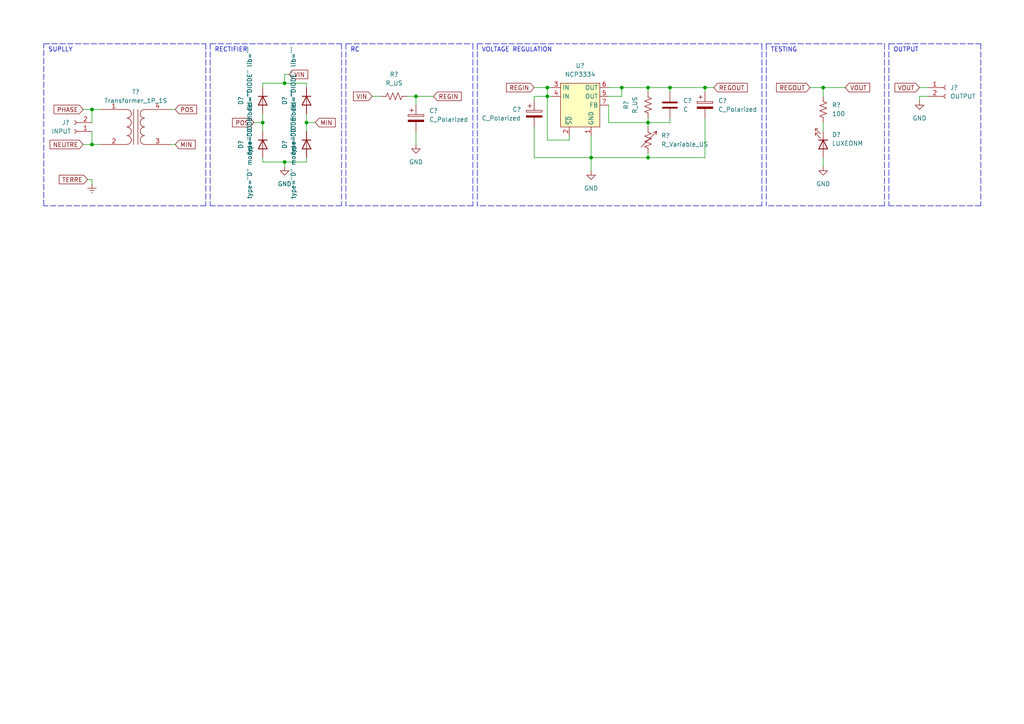
<source format=kicad_sch>
(kicad_sch (version 20211123) (generator eeschema)

  (uuid ad6ed062-4159-4bd2-8cc4-d2238fa06356)

  (paper "A4")

  (lib_symbols
    (symbol "Connector:Conn_01x02_Female" (pin_names (offset 1.016) hide) (in_bom yes) (on_board yes)
      (property "Reference" "J" (id 0) (at 0 2.54 0)
        (effects (font (size 1.27 1.27)))
      )
      (property "Value" "Conn_01x02_Female" (id 1) (at 0 -5.08 0)
        (effects (font (size 1.27 1.27)))
      )
      (property "Footprint" "" (id 2) (at 0 0 0)
        (effects (font (size 1.27 1.27)) hide)
      )
      (property "Datasheet" "~" (id 3) (at 0 0 0)
        (effects (font (size 1.27 1.27)) hide)
      )
      (property "ki_keywords" "connector" (id 4) (at 0 0 0)
        (effects (font (size 1.27 1.27)) hide)
      )
      (property "ki_description" "Generic connector, single row, 01x02, script generated (kicad-library-utils/schlib/autogen/connector/)" (id 5) (at 0 0 0)
        (effects (font (size 1.27 1.27)) hide)
      )
      (property "ki_fp_filters" "Connector*:*_1x??_*" (id 6) (at 0 0 0)
        (effects (font (size 1.27 1.27)) hide)
      )
      (symbol "Conn_01x02_Female_1_1"
        (arc (start 0 -2.032) (mid -0.508 -2.54) (end 0 -3.048)
          (stroke (width 0.1524) (type default) (color 0 0 0 0))
          (fill (type none))
        )
        (polyline
          (pts
            (xy -1.27 -2.54)
            (xy -0.508 -2.54)
          )
          (stroke (width 0.1524) (type default) (color 0 0 0 0))
          (fill (type none))
        )
        (polyline
          (pts
            (xy -1.27 0)
            (xy -0.508 0)
          )
          (stroke (width 0.1524) (type default) (color 0 0 0 0))
          (fill (type none))
        )
        (arc (start 0 0.508) (mid -0.508 0) (end 0 -0.508)
          (stroke (width 0.1524) (type default) (color 0 0 0 0))
          (fill (type none))
        )
        (pin passive line (at -5.08 0 0) (length 3.81)
          (name "Pin_1" (effects (font (size 1.27 1.27))))
          (number "1" (effects (font (size 1.27 1.27))))
        )
        (pin passive line (at -5.08 -2.54 0) (length 3.81)
          (name "Pin_2" (effects (font (size 1.27 1.27))))
          (number "2" (effects (font (size 1.27 1.27))))
        )
      )
    )
    (symbol "Device:C" (pin_numbers hide) (pin_names (offset 0.254)) (in_bom yes) (on_board yes)
      (property "Reference" "C" (id 0) (at 0.635 2.54 0)
        (effects (font (size 1.27 1.27)) (justify left))
      )
      (property "Value" "C" (id 1) (at 0.635 -2.54 0)
        (effects (font (size 1.27 1.27)) (justify left))
      )
      (property "Footprint" "" (id 2) (at 0.9652 -3.81 0)
        (effects (font (size 1.27 1.27)) hide)
      )
      (property "Datasheet" "~" (id 3) (at 0 0 0)
        (effects (font (size 1.27 1.27)) hide)
      )
      (property "ki_keywords" "cap capacitor" (id 4) (at 0 0 0)
        (effects (font (size 1.27 1.27)) hide)
      )
      (property "ki_description" "Unpolarized capacitor" (id 5) (at 0 0 0)
        (effects (font (size 1.27 1.27)) hide)
      )
      (property "ki_fp_filters" "C_*" (id 6) (at 0 0 0)
        (effects (font (size 1.27 1.27)) hide)
      )
      (symbol "C_0_1"
        (polyline
          (pts
            (xy -2.032 -0.762)
            (xy 2.032 -0.762)
          )
          (stroke (width 0.508) (type default) (color 0 0 0 0))
          (fill (type none))
        )
        (polyline
          (pts
            (xy -2.032 0.762)
            (xy 2.032 0.762)
          )
          (stroke (width 0.508) (type default) (color 0 0 0 0))
          (fill (type none))
        )
      )
      (symbol "C_1_1"
        (pin passive line (at 0 3.81 270) (length 2.794)
          (name "~" (effects (font (size 1.27 1.27))))
          (number "1" (effects (font (size 1.27 1.27))))
        )
        (pin passive line (at 0 -3.81 90) (length 2.794)
          (name "~" (effects (font (size 1.27 1.27))))
          (number "2" (effects (font (size 1.27 1.27))))
        )
      )
    )
    (symbol "Device:C_Polarized" (pin_numbers hide) (pin_names (offset 0.254)) (in_bom yes) (on_board yes)
      (property "Reference" "C" (id 0) (at 0.635 2.54 0)
        (effects (font (size 1.27 1.27)) (justify left))
      )
      (property "Value" "C_Polarized" (id 1) (at 0.635 -2.54 0)
        (effects (font (size 1.27 1.27)) (justify left))
      )
      (property "Footprint" "" (id 2) (at 0.9652 -3.81 0)
        (effects (font (size 1.27 1.27)) hide)
      )
      (property "Datasheet" "~" (id 3) (at 0 0 0)
        (effects (font (size 1.27 1.27)) hide)
      )
      (property "ki_keywords" "cap capacitor" (id 4) (at 0 0 0)
        (effects (font (size 1.27 1.27)) hide)
      )
      (property "ki_description" "Polarized capacitor" (id 5) (at 0 0 0)
        (effects (font (size 1.27 1.27)) hide)
      )
      (property "ki_fp_filters" "CP_*" (id 6) (at 0 0 0)
        (effects (font (size 1.27 1.27)) hide)
      )
      (symbol "C_Polarized_0_1"
        (rectangle (start -2.286 0.508) (end 2.286 1.016)
          (stroke (width 0) (type default) (color 0 0 0 0))
          (fill (type none))
        )
        (polyline
          (pts
            (xy -1.778 2.286)
            (xy -0.762 2.286)
          )
          (stroke (width 0) (type default) (color 0 0 0 0))
          (fill (type none))
        )
        (polyline
          (pts
            (xy -1.27 2.794)
            (xy -1.27 1.778)
          )
          (stroke (width 0) (type default) (color 0 0 0 0))
          (fill (type none))
        )
        (rectangle (start 2.286 -0.508) (end -2.286 -1.016)
          (stroke (width 0) (type default) (color 0 0 0 0))
          (fill (type outline))
        )
      )
      (symbol "C_Polarized_1_1"
        (pin passive line (at 0 3.81 270) (length 2.794)
          (name "~" (effects (font (size 1.27 1.27))))
          (number "1" (effects (font (size 1.27 1.27))))
        )
        (pin passive line (at 0 -3.81 90) (length 2.794)
          (name "~" (effects (font (size 1.27 1.27))))
          (number "2" (effects (font (size 1.27 1.27))))
        )
      )
    )
    (symbol "Device:LED" (pin_numbers hide) (pin_names (offset 1.016) hide) (in_bom yes) (on_board yes)
      (property "Reference" "D" (id 0) (at 0 2.54 0)
        (effects (font (size 1.27 1.27)))
      )
      (property "Value" "LED" (id 1) (at 0 -2.54 0)
        (effects (font (size 1.27 1.27)))
      )
      (property "Footprint" "" (id 2) (at 0 0 0)
        (effects (font (size 1.27 1.27)) hide)
      )
      (property "Datasheet" "~" (id 3) (at 0 0 0)
        (effects (font (size 1.27 1.27)) hide)
      )
      (property "ki_keywords" "LED diode" (id 4) (at 0 0 0)
        (effects (font (size 1.27 1.27)) hide)
      )
      (property "ki_description" "Light emitting diode" (id 5) (at 0 0 0)
        (effects (font (size 1.27 1.27)) hide)
      )
      (property "ki_fp_filters" "LED* LED_SMD:* LED_THT:*" (id 6) (at 0 0 0)
        (effects (font (size 1.27 1.27)) hide)
      )
      (symbol "LED_0_1"
        (polyline
          (pts
            (xy -1.27 -1.27)
            (xy -1.27 1.27)
          )
          (stroke (width 0.254) (type default) (color 0 0 0 0))
          (fill (type none))
        )
        (polyline
          (pts
            (xy -1.27 0)
            (xy 1.27 0)
          )
          (stroke (width 0) (type default) (color 0 0 0 0))
          (fill (type none))
        )
        (polyline
          (pts
            (xy 1.27 -1.27)
            (xy 1.27 1.27)
            (xy -1.27 0)
            (xy 1.27 -1.27)
          )
          (stroke (width 0.254) (type default) (color 0 0 0 0))
          (fill (type none))
        )
        (polyline
          (pts
            (xy -3.048 -0.762)
            (xy -4.572 -2.286)
            (xy -3.81 -2.286)
            (xy -4.572 -2.286)
            (xy -4.572 -1.524)
          )
          (stroke (width 0) (type default) (color 0 0 0 0))
          (fill (type none))
        )
        (polyline
          (pts
            (xy -1.778 -0.762)
            (xy -3.302 -2.286)
            (xy -2.54 -2.286)
            (xy -3.302 -2.286)
            (xy -3.302 -1.524)
          )
          (stroke (width 0) (type default) (color 0 0 0 0))
          (fill (type none))
        )
      )
      (symbol "LED_1_1"
        (pin passive line (at -3.81 0 0) (length 2.54)
          (name "K" (effects (font (size 1.27 1.27))))
          (number "1" (effects (font (size 1.27 1.27))))
        )
        (pin passive line (at 3.81 0 180) (length 2.54)
          (name "A" (effects (font (size 1.27 1.27))))
          (number "2" (effects (font (size 1.27 1.27))))
        )
      )
    )
    (symbol "Device:R_US" (pin_numbers hide) (pin_names (offset 0)) (in_bom yes) (on_board yes)
      (property "Reference" "R" (id 0) (at 2.54 0 90)
        (effects (font (size 1.27 1.27)))
      )
      (property "Value" "R_US" (id 1) (at -2.54 0 90)
        (effects (font (size 1.27 1.27)))
      )
      (property "Footprint" "" (id 2) (at 1.016 -0.254 90)
        (effects (font (size 1.27 1.27)) hide)
      )
      (property "Datasheet" "~" (id 3) (at 0 0 0)
        (effects (font (size 1.27 1.27)) hide)
      )
      (property "ki_keywords" "R res resistor" (id 4) (at 0 0 0)
        (effects (font (size 1.27 1.27)) hide)
      )
      (property "ki_description" "Resistor, US symbol" (id 5) (at 0 0 0)
        (effects (font (size 1.27 1.27)) hide)
      )
      (property "ki_fp_filters" "R_*" (id 6) (at 0 0 0)
        (effects (font (size 1.27 1.27)) hide)
      )
      (symbol "R_US_0_1"
        (polyline
          (pts
            (xy 0 -2.286)
            (xy 0 -2.54)
          )
          (stroke (width 0) (type default) (color 0 0 0 0))
          (fill (type none))
        )
        (polyline
          (pts
            (xy 0 2.286)
            (xy 0 2.54)
          )
          (stroke (width 0) (type default) (color 0 0 0 0))
          (fill (type none))
        )
        (polyline
          (pts
            (xy 0 -0.762)
            (xy 1.016 -1.143)
            (xy 0 -1.524)
            (xy -1.016 -1.905)
            (xy 0 -2.286)
          )
          (stroke (width 0) (type default) (color 0 0 0 0))
          (fill (type none))
        )
        (polyline
          (pts
            (xy 0 0.762)
            (xy 1.016 0.381)
            (xy 0 0)
            (xy -1.016 -0.381)
            (xy 0 -0.762)
          )
          (stroke (width 0) (type default) (color 0 0 0 0))
          (fill (type none))
        )
        (polyline
          (pts
            (xy 0 2.286)
            (xy 1.016 1.905)
            (xy 0 1.524)
            (xy -1.016 1.143)
            (xy 0 0.762)
          )
          (stroke (width 0) (type default) (color 0 0 0 0))
          (fill (type none))
        )
      )
      (symbol "R_US_1_1"
        (pin passive line (at 0 3.81 270) (length 1.27)
          (name "~" (effects (font (size 1.27 1.27))))
          (number "1" (effects (font (size 1.27 1.27))))
        )
        (pin passive line (at 0 -3.81 90) (length 1.27)
          (name "~" (effects (font (size 1.27 1.27))))
          (number "2" (effects (font (size 1.27 1.27))))
        )
      )
    )
    (symbol "Device:R_Variable_US" (pin_numbers hide) (pin_names (offset 0)) (in_bom yes) (on_board yes)
      (property "Reference" "R" (id 0) (at 2.54 -2.54 90)
        (effects (font (size 1.27 1.27)) (justify left))
      )
      (property "Value" "R_Variable_US" (id 1) (at -2.54 -1.27 90)
        (effects (font (size 1.27 1.27)) (justify left))
      )
      (property "Footprint" "" (id 2) (at -1.778 0 90)
        (effects (font (size 1.27 1.27)) hide)
      )
      (property "Datasheet" "~" (id 3) (at 0 0 0)
        (effects (font (size 1.27 1.27)) hide)
      )
      (property "ki_keywords" "R res resistor variable potentiometer rheostat" (id 4) (at 0 0 0)
        (effects (font (size 1.27 1.27)) hide)
      )
      (property "ki_description" "Variable resistor, US symbol" (id 5) (at 0 0 0)
        (effects (font (size 1.27 1.27)) hide)
      )
      (property "ki_fp_filters" "R_*" (id 6) (at 0 0 0)
        (effects (font (size 1.27 1.27)) hide)
      )
      (symbol "R_Variable_US_0_1"
        (polyline
          (pts
            (xy 0 -2.286)
            (xy 0 -2.54)
          )
          (stroke (width 0) (type default) (color 0 0 0 0))
          (fill (type none))
        )
        (polyline
          (pts
            (xy 0 2.286)
            (xy 0 2.54)
          )
          (stroke (width 0) (type default) (color 0 0 0 0))
          (fill (type none))
        )
        (polyline
          (pts
            (xy 0 -0.762)
            (xy 1.016 -1.143)
            (xy 0 -1.524)
            (xy -1.016 -1.905)
            (xy 0 -2.286)
          )
          (stroke (width 0) (type default) (color 0 0 0 0))
          (fill (type none))
        )
        (polyline
          (pts
            (xy 0 0.762)
            (xy 1.016 0.381)
            (xy 0 0)
            (xy -1.016 -0.381)
            (xy 0 -0.762)
          )
          (stroke (width 0) (type default) (color 0 0 0 0))
          (fill (type none))
        )
        (polyline
          (pts
            (xy 0 2.286)
            (xy 1.016 1.905)
            (xy 0 1.524)
            (xy -1.016 1.143)
            (xy 0 0.762)
          )
          (stroke (width 0.1524) (type default) (color 0 0 0 0))
          (fill (type none))
        )
        (polyline
          (pts
            (xy 2.286 1.524)
            (xy 2.54 2.54)
            (xy 1.524 2.286)
            (xy 2.54 2.54)
            (xy -2.032 -2.032)
          )
          (stroke (width 0.1524) (type default) (color 0 0 0 0))
          (fill (type none))
        )
      )
      (symbol "R_Variable_US_1_1"
        (pin passive line (at 0 3.81 270) (length 1.27)
          (name "~" (effects (font (size 1.27 1.27))))
          (number "1" (effects (font (size 1.27 1.27))))
        )
        (pin passive line (at 0 -3.81 90) (length 1.27)
          (name "~" (effects (font (size 1.27 1.27))))
          (number "2" (effects (font (size 1.27 1.27))))
        )
      )
    )
    (symbol "Device:Transformer_1P_1S" (pin_names (offset 1.016) hide) (in_bom yes) (on_board yes)
      (property "Reference" "T" (id 0) (at 0 6.35 0)
        (effects (font (size 1.27 1.27)))
      )
      (property "Value" "Transformer_1P_1S" (id 1) (at 0 -7.62 0)
        (effects (font (size 1.27 1.27)))
      )
      (property "Footprint" "" (id 2) (at 0 0 0)
        (effects (font (size 1.27 1.27)) hide)
      )
      (property "Datasheet" "~" (id 3) (at 0 0 0)
        (effects (font (size 1.27 1.27)) hide)
      )
      (property "ki_keywords" "transformer coil magnet" (id 4) (at 0 0 0)
        (effects (font (size 1.27 1.27)) hide)
      )
      (property "ki_description" "Transformer, single primary, single secondary" (id 5) (at 0 0 0)
        (effects (font (size 1.27 1.27)) hide)
      )
      (symbol "Transformer_1P_1S_0_1"
        (arc (start -2.54 -5.0546) (mid -1.6599 -4.6901) (end -1.27 -3.81)
          (stroke (width 0) (type default) (color 0 0 0 0))
          (fill (type none))
        )
        (arc (start -2.54 -2.5146) (mid -1.6599 -2.1501) (end -1.27 -1.27)
          (stroke (width 0) (type default) (color 0 0 0 0))
          (fill (type none))
        )
        (arc (start -2.54 0.0254) (mid -1.6599 0.3899) (end -1.27 1.27)
          (stroke (width 0) (type default) (color 0 0 0 0))
          (fill (type none))
        )
        (arc (start -2.54 2.5654) (mid -1.6599 2.9299) (end -1.27 3.81)
          (stroke (width 0) (type default) (color 0 0 0 0))
          (fill (type none))
        )
        (arc (start -1.27 -3.81) (mid -1.642 -2.912) (end -2.54 -2.54)
          (stroke (width 0) (type default) (color 0 0 0 0))
          (fill (type none))
        )
        (arc (start -1.27 -1.27) (mid -1.642 -0.372) (end -2.54 0)
          (stroke (width 0) (type default) (color 0 0 0 0))
          (fill (type none))
        )
        (arc (start -1.27 1.27) (mid -1.642 2.168) (end -2.54 2.54)
          (stroke (width 0) (type default) (color 0 0 0 0))
          (fill (type none))
        )
        (arc (start -1.27 3.81) (mid -1.642 4.708) (end -2.54 5.08)
          (stroke (width 0) (type default) (color 0 0 0 0))
          (fill (type none))
        )
        (polyline
          (pts
            (xy -0.635 5.08)
            (xy -0.635 -5.08)
          )
          (stroke (width 0) (type default) (color 0 0 0 0))
          (fill (type none))
        )
        (polyline
          (pts
            (xy 0.635 -5.08)
            (xy 0.635 5.08)
          )
          (stroke (width 0) (type default) (color 0 0 0 0))
          (fill (type none))
        )
        (arc (start 1.2954 -1.27) (mid 1.6599 -2.1501) (end 2.54 -2.5146)
          (stroke (width 0) (type default) (color 0 0 0 0))
          (fill (type none))
        )
        (arc (start 1.2954 1.27) (mid 1.6599 0.3899) (end 2.54 0.0254)
          (stroke (width 0) (type default) (color 0 0 0 0))
          (fill (type none))
        )
        (arc (start 1.2954 3.81) (mid 1.6599 2.9299) (end 2.54 2.5654)
          (stroke (width 0) (type default) (color 0 0 0 0))
          (fill (type none))
        )
        (arc (start 1.3208 -3.81) (mid 1.6853 -4.6901) (end 2.5654 -5.0546)
          (stroke (width 0) (type default) (color 0 0 0 0))
          (fill (type none))
        )
        (arc (start 2.54 0) (mid 1.642 -0.372) (end 1.2954 -1.27)
          (stroke (width 0) (type default) (color 0 0 0 0))
          (fill (type none))
        )
        (arc (start 2.54 2.54) (mid 1.642 2.168) (end 1.2954 1.27)
          (stroke (width 0) (type default) (color 0 0 0 0))
          (fill (type none))
        )
        (arc (start 2.54 5.08) (mid 1.642 4.708) (end 1.2954 3.81)
          (stroke (width 0) (type default) (color 0 0 0 0))
          (fill (type none))
        )
        (arc (start 2.5654 -2.54) (mid 1.6674 -2.912) (end 1.3208 -3.81)
          (stroke (width 0) (type default) (color 0 0 0 0))
          (fill (type none))
        )
      )
      (symbol "Transformer_1P_1S_1_1"
        (pin passive line (at -10.16 5.08 0) (length 7.62)
          (name "AA" (effects (font (size 1.27 1.27))))
          (number "1" (effects (font (size 1.27 1.27))))
        )
        (pin passive line (at -10.16 -5.08 0) (length 7.62)
          (name "AB" (effects (font (size 1.27 1.27))))
          (number "2" (effects (font (size 1.27 1.27))))
        )
        (pin passive line (at 10.16 -5.08 180) (length 7.62)
          (name "SA" (effects (font (size 1.27 1.27))))
          (number "3" (effects (font (size 1.27 1.27))))
        )
        (pin passive line (at 10.16 5.08 180) (length 7.62)
          (name "SB" (effects (font (size 1.27 1.27))))
          (number "4" (effects (font (size 1.27 1.27))))
        )
      )
    )
    (symbol "Regulator_Controller:NCP3334" (in_bom yes) (on_board yes)
      (property "Reference" "U" (id 0) (at 0 5.08 0)
        (effects (font (size 1.27 1.27)))
      )
      (property "Value" "NCP3334" (id 1) (at -1.27 2.54 0)
        (effects (font (size 1.27 1.27)))
      )
      (property "Footprint" "" (id 2) (at -2.54 0 0)
        (effects (font (size 1.27 1.27)) hide)
      )
      (property "Datasheet" "" (id 3) (at -2.54 0 0)
        (effects (font (size 1.27 1.27)) hide)
      )
      (symbol "NCP3334_0_1"
        (rectangle (start -6.35 1.27) (end 5.08 -11.43)
          (stroke (width 0) (type default) (color 0 0 0 0))
          (fill (type background))
        )
      )
      (symbol "NCP3334_1_1"
        (pin passive line (at 2.54 -13.97 90) (length 2.54)
          (name "GND" (effects (font (size 1.27 1.27))))
          (number "1" (effects (font (size 1.27 1.27))))
        )
        (pin input line (at -3.81 -13.97 90) (length 2.54)
          (name "~{SD}" (effects (font (size 1.27 1.27))))
          (number "2" (effects (font (size 1.27 1.27))))
        )
        (pin input line (at -8.89 0 0) (length 2.54)
          (name "IN" (effects (font (size 1.27 1.27))))
          (number "3" (effects (font (size 1.27 1.27))))
        )
        (pin input line (at -8.89 -2.54 0) (length 2.54)
          (name "IN" (effects (font (size 1.27 1.27))))
          (number "4" (effects (font (size 1.27 1.27))))
        )
        (pin output line (at 7.62 -2.54 180) (length 2.54)
          (name "OUT" (effects (font (size 1.27 1.27))))
          (number "5" (effects (font (size 1.27 1.27))))
        )
        (pin output line (at 7.62 0 180) (length 2.54)
          (name "OUT" (effects (font (size 1.27 1.27))))
          (number "6" (effects (font (size 1.27 1.27))))
        )
        (pin output line (at 7.62 -5.08 180) (length 2.54)
          (name "FB" (effects (font (size 1.27 1.27))))
          (number "7" (effects (font (size 1.27 1.27))))
        )
      )
    )
    (symbol "Simulation_SPICE:DIODE" (pin_numbers hide) (pin_names (offset 1.016) hide) (in_bom yes) (on_board yes)
      (property "Reference" "D" (id 0) (at 0 2.54 0)
        (effects (font (size 1.27 1.27)))
      )
      (property "Value" "DIODE" (id 1) (at 0 -2.54 0)
        (effects (font (size 1.27 1.27)))
      )
      (property "Footprint" "" (id 2) (at 0 0 0)
        (effects (font (size 1.27 1.27)) hide)
      )
      (property "Datasheet" "~" (id 3) (at 0 0 0)
        (effects (font (size 1.27 1.27)) hide)
      )
      (property "Spice_Netlist_Enabled" "Y" (id 4) (at 0 0 0)
        (effects (font (size 1.27 1.27)) (justify left) hide)
      )
      (property "Spice_Primitive" "D" (id 5) (at 0 0 0)
        (effects (font (size 1.27 1.27)) (justify left) hide)
      )
      (property "ki_keywords" "simulation" (id 6) (at 0 0 0)
        (effects (font (size 1.27 1.27)) hide)
      )
      (property "ki_description" "Diode, anode on pin 1, for simulation only!" (id 7) (at 0 0 0)
        (effects (font (size 1.27 1.27)) hide)
      )
      (symbol "DIODE_0_1"
        (polyline
          (pts
            (xy 1.27 0)
            (xy -1.27 0)
          )
          (stroke (width 0) (type default) (color 0 0 0 0))
          (fill (type none))
        )
        (polyline
          (pts
            (xy 1.27 1.27)
            (xy 1.27 -1.27)
          )
          (stroke (width 0.254) (type default) (color 0 0 0 0))
          (fill (type none))
        )
        (polyline
          (pts
            (xy -1.27 -1.27)
            (xy -1.27 1.27)
            (xy 1.27 0)
            (xy -1.27 -1.27)
          )
          (stroke (width 0.254) (type default) (color 0 0 0 0))
          (fill (type none))
        )
      )
      (symbol "DIODE_1_1"
        (pin passive line (at -3.81 0 0) (length 2.54)
          (name "A" (effects (font (size 1.27 1.27))))
          (number "1" (effects (font (size 1.27 1.27))))
        )
        (pin passive line (at 3.81 0 180) (length 2.54)
          (name "K" (effects (font (size 1.27 1.27))))
          (number "2" (effects (font (size 1.27 1.27))))
        )
      )
    )
    (symbol "power:Earth" (power) (pin_names (offset 0)) (in_bom yes) (on_board yes)
      (property "Reference" "#PWR" (id 0) (at 0 -6.35 0)
        (effects (font (size 1.27 1.27)) hide)
      )
      (property "Value" "Earth" (id 1) (at 0 -3.81 0)
        (effects (font (size 1.27 1.27)) hide)
      )
      (property "Footprint" "" (id 2) (at 0 0 0)
        (effects (font (size 1.27 1.27)) hide)
      )
      (property "Datasheet" "~" (id 3) (at 0 0 0)
        (effects (font (size 1.27 1.27)) hide)
      )
      (property "ki_keywords" "power-flag ground gnd" (id 4) (at 0 0 0)
        (effects (font (size 1.27 1.27)) hide)
      )
      (property "ki_description" "Power symbol creates a global label with name \"Earth\"" (id 5) (at 0 0 0)
        (effects (font (size 1.27 1.27)) hide)
      )
      (symbol "Earth_0_1"
        (polyline
          (pts
            (xy -0.635 -1.905)
            (xy 0.635 -1.905)
          )
          (stroke (width 0) (type default) (color 0 0 0 0))
          (fill (type none))
        )
        (polyline
          (pts
            (xy -0.127 -2.54)
            (xy 0.127 -2.54)
          )
          (stroke (width 0) (type default) (color 0 0 0 0))
          (fill (type none))
        )
        (polyline
          (pts
            (xy 0 -1.27)
            (xy 0 0)
          )
          (stroke (width 0) (type default) (color 0 0 0 0))
          (fill (type none))
        )
        (polyline
          (pts
            (xy 1.27 -1.27)
            (xy -1.27 -1.27)
          )
          (stroke (width 0) (type default) (color 0 0 0 0))
          (fill (type none))
        )
      )
      (symbol "Earth_1_1"
        (pin power_in line (at 0 0 270) (length 0) hide
          (name "Earth" (effects (font (size 1.27 1.27))))
          (number "1" (effects (font (size 1.27 1.27))))
        )
      )
    )
    (symbol "power:GND" (power) (pin_names (offset 0)) (in_bom yes) (on_board yes)
      (property "Reference" "#PWR" (id 0) (at 0 -6.35 0)
        (effects (font (size 1.27 1.27)) hide)
      )
      (property "Value" "GND" (id 1) (at 0 -3.81 0)
        (effects (font (size 1.27 1.27)))
      )
      (property "Footprint" "" (id 2) (at 0 0 0)
        (effects (font (size 1.27 1.27)) hide)
      )
      (property "Datasheet" "" (id 3) (at 0 0 0)
        (effects (font (size 1.27 1.27)) hide)
      )
      (property "ki_keywords" "power-flag" (id 4) (at 0 0 0)
        (effects (font (size 1.27 1.27)) hide)
      )
      (property "ki_description" "Power symbol creates a global label with name \"GND\" , ground" (id 5) (at 0 0 0)
        (effects (font (size 1.27 1.27)) hide)
      )
      (symbol "GND_0_1"
        (polyline
          (pts
            (xy 0 0)
            (xy 0 -1.27)
            (xy 1.27 -1.27)
            (xy 0 -2.54)
            (xy -1.27 -1.27)
            (xy 0 -1.27)
          )
          (stroke (width 0) (type default) (color 0 0 0 0))
          (fill (type none))
        )
      )
      (symbol "GND_1_1"
        (pin power_in line (at 0 0 270) (length 0) hide
          (name "GND" (effects (font (size 1.27 1.27))))
          (number "1" (effects (font (size 1.27 1.27))))
        )
      )
    )
  )

  (junction (at 187.96 35.56) (diameter 0) (color 0 0 0 0)
    (uuid 016de09e-01d3-4807-99ba-42fe89b9db4d)
  )
  (junction (at 158.75 27.94) (diameter 0) (color 0 0 0 0)
    (uuid 0cb05841-53cf-4745-b141-3fba0a63322f)
  )
  (junction (at 82.55 24.13) (diameter 0) (color 0 0 0 0)
    (uuid 1051f84b-b74c-4e92-956e-fee84b1153e5)
  )
  (junction (at 26.67 41.91) (diameter 0) (color 0 0 0 0)
    (uuid 144f9caa-1b10-43ae-b653-119f3b806ae0)
  )
  (junction (at 120.65 27.94) (diameter 0) (color 0 0 0 0)
    (uuid 1d33e67b-cd9b-40d9-bc6d-9cb3652dce8d)
  )
  (junction (at 26.67 31.75) (diameter 0) (color 0 0 0 0)
    (uuid 3973c3fa-27e0-4ce5-b8a6-a354fb10523e)
  )
  (junction (at 187.96 45.72) (diameter 0) (color 0 0 0 0)
    (uuid 3d228539-9701-4811-a121-871a7162ddb0)
  )
  (junction (at 88.9 35.56) (diameter 0) (color 0 0 0 0)
    (uuid 69c34d46-7acf-4418-9044-59d78880a0e5)
  )
  (junction (at 171.45 45.72) (diameter 0) (color 0 0 0 0)
    (uuid a798d438-e158-4bec-90d1-3a7e3b13676d)
  )
  (junction (at 158.75 25.4) (diameter 0) (color 0 0 0 0)
    (uuid b91afd87-2618-4fd5-ba75-12225e77ea37)
  )
  (junction (at 238.76 25.4) (diameter 0) (color 0 0 0 0)
    (uuid bff033c7-aa71-40cf-b76f-8a1911f7f98c)
  )
  (junction (at 82.55 46.99) (diameter 0) (color 0 0 0 0)
    (uuid c0051ad6-6d9d-4445-b6d4-39e5054d68ec)
  )
  (junction (at 76.2 35.56) (diameter 0) (color 0 0 0 0)
    (uuid c0523cba-6f30-4122-a862-f29f5a8c0333)
  )
  (junction (at 180.34 25.4) (diameter 0) (color 0 0 0 0)
    (uuid ca131ac9-765b-4c9e-9f20-d7c9edaa39cb)
  )
  (junction (at 187.96 25.4) (diameter 0) (color 0 0 0 0)
    (uuid de3b68f7-37a3-4158-9f55-e69431ab30d3)
  )
  (junction (at 204.47 25.4) (diameter 0) (color 0 0 0 0)
    (uuid df6b6061-9a52-476e-892e-23bf6b4fe4ce)
  )
  (junction (at 194.31 25.4) (diameter 0) (color 0 0 0 0)
    (uuid fe3ba83a-7f4b-4553-a111-66e79ec56f36)
  )

  (wire (pts (xy 180.34 27.94) (xy 180.34 25.4))
    (stroke (width 0) (type default) (color 0 0 0 0))
    (uuid 02f786d2-e7f9-4e0f-b405-dabc8338480b)
  )
  (wire (pts (xy 171.45 45.72) (xy 171.45 49.53))
    (stroke (width 0) (type default) (color 0 0 0 0))
    (uuid 0c8075ab-4d7e-404e-a328-2987010d0037)
  )
  (wire (pts (xy 165.1 40.64) (xy 158.75 40.64))
    (stroke (width 0) (type default) (color 0 0 0 0))
    (uuid 0db785eb-1186-4f0e-8baf-531667691087)
  )
  (wire (pts (xy 194.31 25.4) (xy 194.31 26.67))
    (stroke (width 0) (type default) (color 0 0 0 0))
    (uuid 0dcf83d8-0f43-40d3-992f-a4842a91e022)
  )
  (wire (pts (xy 49.53 41.91) (xy 50.8 41.91))
    (stroke (width 0) (type default) (color 0 0 0 0))
    (uuid 18ad6ec5-8515-40a4-bc6e-06522bc072d6)
  )
  (wire (pts (xy 76.2 35.56) (xy 76.2 38.1))
    (stroke (width 0) (type default) (color 0 0 0 0))
    (uuid 191e9ffe-e74f-45d5-8081-35139d261e79)
  )
  (wire (pts (xy 176.53 30.48) (xy 176.53 35.56))
    (stroke (width 0) (type default) (color 0 0 0 0))
    (uuid 1a526b9b-680b-4844-9e82-3a182e5b8836)
  )
  (wire (pts (xy 194.31 34.29) (xy 194.31 35.56))
    (stroke (width 0) (type default) (color 0 0 0 0))
    (uuid 1cb3edf7-f470-43e8-a9d4-85048ffba281)
  )
  (polyline (pts (xy 100.33 12.7) (xy 137.16 12.7))
    (stroke (width 0) (type default) (color 0 0 0 0))
    (uuid 1cfb9eae-4c4e-474e-bda7-6ae45eeddf1a)
  )

  (wire (pts (xy 82.55 21.59) (xy 82.55 24.13))
    (stroke (width 0) (type default) (color 0 0 0 0))
    (uuid 1d20b466-ae77-4de1-8e1f-6c73c8d8538d)
  )
  (wire (pts (xy 204.47 45.72) (xy 187.96 45.72))
    (stroke (width 0) (type default) (color 0 0 0 0))
    (uuid 1ddd86e6-f336-4b7e-b150-8e0cc6b190f6)
  )
  (polyline (pts (xy 257.81 12.7) (xy 257.81 59.69))
    (stroke (width 0) (type default) (color 0 0 0 0))
    (uuid 1ed17f3f-490b-495b-b761-334ed0532496)
  )

  (wire (pts (xy 73.66 35.56) (xy 76.2 35.56))
    (stroke (width 0) (type default) (color 0 0 0 0))
    (uuid 1f453889-cc08-4e7b-ba74-110e05c04179)
  )
  (wire (pts (xy 26.67 38.1) (xy 26.67 41.91))
    (stroke (width 0) (type default) (color 0 0 0 0))
    (uuid 204ce8da-f5ad-4254-a1f5-9114ed35e1b6)
  )
  (wire (pts (xy 204.47 34.29) (xy 204.47 45.72))
    (stroke (width 0) (type default) (color 0 0 0 0))
    (uuid 24460b8e-c432-4a60-88e9-e6ffecb8381a)
  )
  (wire (pts (xy 118.11 27.94) (xy 120.65 27.94))
    (stroke (width 0) (type default) (color 0 0 0 0))
    (uuid 24ea368d-31da-4e3d-8494-4b41a8be50d2)
  )
  (polyline (pts (xy 222.25 12.7) (xy 222.25 59.69))
    (stroke (width 0) (type default) (color 0 0 0 0))
    (uuid 27827aaa-acc6-4807-a275-e2ca25a3ad88)
  )
  (polyline (pts (xy 256.54 12.7) (xy 256.54 59.69))
    (stroke (width 0) (type default) (color 0 0 0 0))
    (uuid 27c712cb-027d-44ed-9107-be47fa3492c6)
  )

  (wire (pts (xy 88.9 46.99) (xy 88.9 45.72))
    (stroke (width 0) (type default) (color 0 0 0 0))
    (uuid 2b052bb7-9a8f-4d3d-8be9-e789dae0a463)
  )
  (wire (pts (xy 26.67 41.91) (xy 29.21 41.91))
    (stroke (width 0) (type default) (color 0 0 0 0))
    (uuid 2b4c52d6-66f6-42ee-a488-0ee26d4d9425)
  )
  (wire (pts (xy 165.1 39.37) (xy 165.1 40.64))
    (stroke (width 0) (type default) (color 0 0 0 0))
    (uuid 2ba6ce90-47a0-4be1-bb2d-ee354473dabd)
  )
  (polyline (pts (xy 257.81 12.7) (xy 284.48 12.7))
    (stroke (width 0) (type default) (color 0 0 0 0))
    (uuid 2e3cfdc2-7b6b-44a7-a03d-351e8abddbb2)
  )

  (wire (pts (xy 76.2 46.99) (xy 82.55 46.99))
    (stroke (width 0) (type default) (color 0 0 0 0))
    (uuid 3151a7f3-66cc-4d5b-8262-b5f91a42070a)
  )
  (polyline (pts (xy 220.98 12.7) (xy 220.98 59.69))
    (stroke (width 0) (type default) (color 0 0 0 0))
    (uuid 38b7cb24-7b5f-4b18-8d5a-230d8067d8a2)
  )
  (polyline (pts (xy 59.69 59.69) (xy 12.7 59.69))
    (stroke (width 0) (type default) (color 0 0 0 0))
    (uuid 3c159d63-d16c-41b8-91b0-b3a1a86dd8bc)
  )
  (polyline (pts (xy 256.54 59.69) (xy 222.25 59.69))
    (stroke (width 0) (type default) (color 0 0 0 0))
    (uuid 3e7228c3-0051-4e56-8e17-6d1623ec5775)
  )

  (wire (pts (xy 187.96 35.56) (xy 187.96 36.83))
    (stroke (width 0) (type default) (color 0 0 0 0))
    (uuid 3e961446-6cdf-427e-a755-eddec56cd1d9)
  )
  (wire (pts (xy 154.94 27.94) (xy 158.75 27.94))
    (stroke (width 0) (type default) (color 0 0 0 0))
    (uuid 43603b24-e310-4be7-bb9a-594bdc18fc5c)
  )
  (polyline (pts (xy 138.43 12.7) (xy 138.43 59.69))
    (stroke (width 0) (type default) (color 0 0 0 0))
    (uuid 513916c5-be14-4297-8567-e11951fd0e7e)
  )
  (polyline (pts (xy 60.96 12.7) (xy 60.96 59.69))
    (stroke (width 0) (type default) (color 0 0 0 0))
    (uuid 52b2ea6e-bce9-4648-9028-2b516580472c)
  )

  (wire (pts (xy 82.55 46.99) (xy 82.55 48.26))
    (stroke (width 0) (type default) (color 0 0 0 0))
    (uuid 5349fb66-b835-4e80-9112-6a53bbdf7180)
  )
  (wire (pts (xy 76.2 45.72) (xy 76.2 46.99))
    (stroke (width 0) (type default) (color 0 0 0 0))
    (uuid 55dd5448-d607-4ab5-b4e7-fbd6a7a39eb1)
  )
  (polyline (pts (xy 220.98 59.69) (xy 138.43 59.69))
    (stroke (width 0) (type default) (color 0 0 0 0))
    (uuid 5c08b71e-b9a1-4e34-b912-274dbafca4a2)
  )

  (wire (pts (xy 107.95 27.94) (xy 110.49 27.94))
    (stroke (width 0) (type default) (color 0 0 0 0))
    (uuid 6493b8c5-ea05-4a4e-a502-d2866eda80b8)
  )
  (wire (pts (xy 187.96 25.4) (xy 194.31 25.4))
    (stroke (width 0) (type default) (color 0 0 0 0))
    (uuid 64f56663-b65c-4f0e-846c-a6dbe550f759)
  )
  (wire (pts (xy 266.7 27.94) (xy 266.7 29.21))
    (stroke (width 0) (type default) (color 0 0 0 0))
    (uuid 654000da-9c56-4458-ae86-a19a7045fe16)
  )
  (wire (pts (xy 187.96 45.72) (xy 171.45 45.72))
    (stroke (width 0) (type default) (color 0 0 0 0))
    (uuid 65735923-7e01-4b36-9744-043832a136f5)
  )
  (wire (pts (xy 76.2 33.02) (xy 76.2 35.56))
    (stroke (width 0) (type default) (color 0 0 0 0))
    (uuid 6576b795-221f-4429-9247-79d0a6d8e308)
  )
  (wire (pts (xy 83.82 21.59) (xy 82.55 21.59))
    (stroke (width 0) (type default) (color 0 0 0 0))
    (uuid 6972f0dd-9494-43ce-8b14-8b848663df73)
  )
  (polyline (pts (xy 59.69 12.7) (xy 59.69 59.69))
    (stroke (width 0) (type default) (color 0 0 0 0))
    (uuid 6d30354f-0f35-4bee-83db-33a8f229676e)
  )
  (polyline (pts (xy 100.33 12.7) (xy 100.33 59.69))
    (stroke (width 0) (type default) (color 0 0 0 0))
    (uuid 722e908d-2d29-4157-aa35-74b7472c6270)
  )

  (wire (pts (xy 120.65 27.94) (xy 120.65 30.48))
    (stroke (width 0) (type default) (color 0 0 0 0))
    (uuid 798e601a-d419-4134-b60d-fd9ba8857d97)
  )
  (wire (pts (xy 194.31 25.4) (xy 204.47 25.4))
    (stroke (width 0) (type default) (color 0 0 0 0))
    (uuid 7da42451-d98f-4e87-9f2f-51e77929e69d)
  )
  (wire (pts (xy 187.96 34.29) (xy 187.96 35.56))
    (stroke (width 0) (type default) (color 0 0 0 0))
    (uuid 7e657684-8908-4ea5-aef8-0db060bd4583)
  )
  (wire (pts (xy 76.2 25.4) (xy 76.2 24.13))
    (stroke (width 0) (type default) (color 0 0 0 0))
    (uuid 7f65c21f-812e-4993-a9c2-ae28c704c39f)
  )
  (wire (pts (xy 88.9 35.56) (xy 91.44 35.56))
    (stroke (width 0) (type default) (color 0 0 0 0))
    (uuid 860bca26-d0b1-4894-b09a-33ffaf89fa1c)
  )
  (wire (pts (xy 76.2 24.13) (xy 82.55 24.13))
    (stroke (width 0) (type default) (color 0 0 0 0))
    (uuid 88208a21-7a67-4eea-96ea-c4b9bfbc60fa)
  )
  (wire (pts (xy 238.76 25.4) (xy 238.76 27.94))
    (stroke (width 0) (type default) (color 0 0 0 0))
    (uuid 898339dc-7d82-4be6-8901-77a90c886e37)
  )
  (wire (pts (xy 158.75 40.64) (xy 158.75 27.94))
    (stroke (width 0) (type default) (color 0 0 0 0))
    (uuid 8bd745b4-88f1-44c7-9b8b-13b2ef111c28)
  )
  (wire (pts (xy 120.65 38.1) (xy 120.65 41.91))
    (stroke (width 0) (type default) (color 0 0 0 0))
    (uuid 910d5ff7-52dd-48b6-b5b8-8fcc509f7520)
  )
  (wire (pts (xy 266.7 25.4) (xy 269.24 25.4))
    (stroke (width 0) (type default) (color 0 0 0 0))
    (uuid 92122ace-5c8c-456c-badb-a19e4b03264f)
  )
  (polyline (pts (xy 60.96 12.7) (xy 99.06 12.7))
    (stroke (width 0) (type default) (color 0 0 0 0))
    (uuid 984854a9-1554-423b-b050-9af3aa1c5a40)
  )

  (wire (pts (xy 269.24 27.94) (xy 266.7 27.94))
    (stroke (width 0) (type default) (color 0 0 0 0))
    (uuid 98c54ad9-352f-420e-acd8-b4734aa225c5)
  )
  (wire (pts (xy 120.65 27.94) (xy 125.73 27.94))
    (stroke (width 0) (type default) (color 0 0 0 0))
    (uuid 99a4d00c-1762-43b3-baf2-89ec5cb53ba3)
  )
  (wire (pts (xy 154.94 25.4) (xy 158.75 25.4))
    (stroke (width 0) (type default) (color 0 0 0 0))
    (uuid 9b9d9291-5847-4440-804c-c08046f9a007)
  )
  (polyline (pts (xy 284.48 12.7) (xy 284.48 59.69))
    (stroke (width 0) (type default) (color 0 0 0 0))
    (uuid 9d5e3a34-d7b3-439b-b338-583494dc48b7)
  )

  (wire (pts (xy 24.13 41.91) (xy 26.67 41.91))
    (stroke (width 0) (type default) (color 0 0 0 0))
    (uuid 9f720971-e1d4-48f3-8f36-17ea3ba29017)
  )
  (polyline (pts (xy 137.16 59.69) (xy 100.33 59.69))
    (stroke (width 0) (type default) (color 0 0 0 0))
    (uuid a050a68c-7f70-4122-bd5a-2ff21005ce90)
  )

  (wire (pts (xy 238.76 25.4) (xy 245.11 25.4))
    (stroke (width 0) (type default) (color 0 0 0 0))
    (uuid a0c528a1-59be-4760-b523-7dde5ef73dd0)
  )
  (wire (pts (xy 158.75 27.94) (xy 160.02 27.94))
    (stroke (width 0) (type default) (color 0 0 0 0))
    (uuid a370d06a-772d-46c1-8f34-aae6c368a5bf)
  )
  (wire (pts (xy 176.53 27.94) (xy 180.34 27.94))
    (stroke (width 0) (type default) (color 0 0 0 0))
    (uuid a373bf67-c6b3-4db1-9712-7376fbc13bef)
  )
  (wire (pts (xy 154.94 45.72) (xy 171.45 45.72))
    (stroke (width 0) (type default) (color 0 0 0 0))
    (uuid a4900f39-ee1b-4375-83f5-79ad37d6de91)
  )
  (wire (pts (xy 88.9 24.13) (xy 88.9 25.4))
    (stroke (width 0) (type default) (color 0 0 0 0))
    (uuid a99d09f1-7a97-4181-8b10-013b45eee1ee)
  )
  (wire (pts (xy 158.75 25.4) (xy 158.75 27.94))
    (stroke (width 0) (type default) (color 0 0 0 0))
    (uuid aa82828a-3cbd-4fd3-875f-17586e9a1bed)
  )
  (polyline (pts (xy 222.25 12.7) (xy 256.54 12.7))
    (stroke (width 0) (type default) (color 0 0 0 0))
    (uuid aced6af7-c5c9-4044-82b9-37eaa0e99652)
  )
  (polyline (pts (xy 137.16 12.7) (xy 137.16 59.69))
    (stroke (width 0) (type default) (color 0 0 0 0))
    (uuid aff40cdd-92ab-468c-af71-685ad866e247)
  )

  (wire (pts (xy 26.67 35.56) (xy 26.67 31.75))
    (stroke (width 0) (type default) (color 0 0 0 0))
    (uuid b1767256-7dc0-4ee4-b57b-1619d9242519)
  )
  (wire (pts (xy 154.94 36.83) (xy 154.94 45.72))
    (stroke (width 0) (type default) (color 0 0 0 0))
    (uuid b236c42f-d983-49da-964f-468ce5cb9d91)
  )
  (wire (pts (xy 82.55 46.99) (xy 88.9 46.99))
    (stroke (width 0) (type default) (color 0 0 0 0))
    (uuid bf5c6215-37ac-4f24-9bd0-99603c626ab3)
  )
  (wire (pts (xy 234.95 25.4) (xy 238.76 25.4))
    (stroke (width 0) (type default) (color 0 0 0 0))
    (uuid bf64c42b-89d8-4900-afca-b56b2180c10d)
  )
  (polyline (pts (xy 99.06 12.7) (xy 99.06 59.69))
    (stroke (width 0) (type default) (color 0 0 0 0))
    (uuid c0de0853-3506-4904-9214-23b18a3af0c1)
  )

  (wire (pts (xy 26.67 31.75) (xy 29.21 31.75))
    (stroke (width 0) (type default) (color 0 0 0 0))
    (uuid c70060d9-3bdb-490d-950a-a34a8d126d81)
  )
  (wire (pts (xy 49.53 31.75) (xy 50.8 31.75))
    (stroke (width 0) (type default) (color 0 0 0 0))
    (uuid c89e0357-f526-42fa-9053-6a04d9414144)
  )
  (wire (pts (xy 24.13 31.75) (xy 26.67 31.75))
    (stroke (width 0) (type default) (color 0 0 0 0))
    (uuid c9b60721-a560-4738-86ce-f95f5c407a67)
  )
  (wire (pts (xy 238.76 45.72) (xy 238.76 48.26))
    (stroke (width 0) (type default) (color 0 0 0 0))
    (uuid cb9c7d33-f80a-45fb-b99c-60adcf068bcf)
  )
  (wire (pts (xy 194.31 35.56) (xy 187.96 35.56))
    (stroke (width 0) (type default) (color 0 0 0 0))
    (uuid ccdf575e-5b9f-4b39-ab0b-92186634c0a0)
  )
  (polyline (pts (xy 284.48 59.69) (xy 257.81 59.69))
    (stroke (width 0) (type default) (color 0 0 0 0))
    (uuid cd5554fb-44b3-4cea-a863-fda55e163761)
  )

  (wire (pts (xy 238.76 35.56) (xy 238.76 38.1))
    (stroke (width 0) (type default) (color 0 0 0 0))
    (uuid cfd66d03-858b-4d75-bde5-df9c80538a31)
  )
  (wire (pts (xy 82.55 24.13) (xy 88.9 24.13))
    (stroke (width 0) (type default) (color 0 0 0 0))
    (uuid d01f54d9-00a8-4c48-97a2-b8787d66f745)
  )
  (wire (pts (xy 176.53 25.4) (xy 180.34 25.4))
    (stroke (width 0) (type default) (color 0 0 0 0))
    (uuid d27c2a1b-0564-4574-b745-3efce62b0ecf)
  )
  (wire (pts (xy 180.34 25.4) (xy 187.96 25.4))
    (stroke (width 0) (type default) (color 0 0 0 0))
    (uuid d37fda62-75d8-4f48-928b-bf8b592666bc)
  )
  (wire (pts (xy 88.9 33.02) (xy 88.9 35.56))
    (stroke (width 0) (type default) (color 0 0 0 0))
    (uuid d3fd5c02-ef14-4819-b76d-ae902e372989)
  )
  (wire (pts (xy 154.94 29.21) (xy 154.94 27.94))
    (stroke (width 0) (type default) (color 0 0 0 0))
    (uuid d86173ca-80fa-4a49-840d-0b101c9e4d51)
  )
  (wire (pts (xy 176.53 35.56) (xy 187.96 35.56))
    (stroke (width 0) (type default) (color 0 0 0 0))
    (uuid dad03c65-fe19-4800-91c8-9dd1b27a37b4)
  )
  (wire (pts (xy 187.96 44.45) (xy 187.96 45.72))
    (stroke (width 0) (type default) (color 0 0 0 0))
    (uuid db9b6d84-c753-439f-af90-2fb431e00244)
  )
  (wire (pts (xy 171.45 39.37) (xy 171.45 45.72))
    (stroke (width 0) (type default) (color 0 0 0 0))
    (uuid dcc7a5da-7974-418e-9bc0-638cdbde9697)
  )
  (wire (pts (xy 160.02 25.4) (xy 158.75 25.4))
    (stroke (width 0) (type default) (color 0 0 0 0))
    (uuid dde31c87-81a7-4c9f-a48b-d2a5f336aafe)
  )
  (wire (pts (xy 88.9 35.56) (xy 88.9 38.1))
    (stroke (width 0) (type default) (color 0 0 0 0))
    (uuid df1a7f69-c163-43a2-bcae-3d5baf3f1fd6)
  )
  (wire (pts (xy 26.67 53.34) (xy 26.67 52.07))
    (stroke (width 0) (type default) (color 0 0 0 0))
    (uuid eae5a7dc-0317-4d3e-9d93-047705a802ed)
  )
  (wire (pts (xy 187.96 26.67) (xy 187.96 25.4))
    (stroke (width 0) (type default) (color 0 0 0 0))
    (uuid eb3767c5-6971-44e5-acb6-eb59f6436fd9)
  )
  (polyline (pts (xy 12.7 12.7) (xy 59.69 12.7))
    (stroke (width 0) (type default) (color 0 0 0 0))
    (uuid eb6289b4-098b-4862-b3b8-1457cf7755bb)
  )
  (polyline (pts (xy 138.43 12.7) (xy 220.98 12.7))
    (stroke (width 0) (type default) (color 0 0 0 0))
    (uuid ec3448f3-8c53-4662-a334-4cc73ea812f4)
  )
  (polyline (pts (xy 99.06 59.69) (xy 60.96 59.69))
    (stroke (width 0) (type default) (color 0 0 0 0))
    (uuid ed65759b-ebd4-49bd-8db8-129d162761d6)
  )

  (wire (pts (xy 204.47 25.4) (xy 207.01 25.4))
    (stroke (width 0) (type default) (color 0 0 0 0))
    (uuid f850949d-b7cb-42d1-8496-897b26493167)
  )
  (wire (pts (xy 26.67 52.07) (xy 25.4 52.07))
    (stroke (width 0) (type default) (color 0 0 0 0))
    (uuid fa3cb091-9315-4eed-824a-ec519fc75792)
  )
  (polyline (pts (xy 12.7 59.69) (xy 12.7 12.7))
    (stroke (width 0) (type default) (color 0 0 0 0))
    (uuid fb1ac1f2-6b61-4b5b-90ff-765e639d2843)
  )

  (wire (pts (xy 204.47 25.4) (xy 204.47 26.67))
    (stroke (width 0) (type default) (color 0 0 0 0))
    (uuid fb9524e8-e1f6-4d57-8172-e86153e50347)
  )

  (text "TESTING" (at 223.52 15.24 0)
    (effects (font (size 1.27 1.27)) (justify left bottom))
    (uuid 13f09395-c94c-469d-b04c-90bc0856b6a2)
  )
  (text "VOLTAGE REGULATION" (at 139.7 15.24 0)
    (effects (font (size 1.27 1.27)) (justify left bottom))
    (uuid 5aaf43ee-1ec2-4ef4-8541-981662160f66)
  )
  (text "RECTIFIER" (at 62.23 15.24 0)
    (effects (font (size 1.27 1.27)) (justify left bottom))
    (uuid 67fd0a5b-1343-466d-806c-929a217eec96)
  )
  (text "SUPLLY" (at 13.97 15.24 0)
    (effects (font (size 1.27 1.27)) (justify left bottom))
    (uuid 84fe2674-e0ae-4663-b0b3-117a0c3033b9)
  )
  (text "RC" (at 101.6 15.24 0)
    (effects (font (size 1.27 1.27)) (justify left bottom))
    (uuid ae99d488-85a2-4d7c-aa15-d68152532a1e)
  )
  (text "OUTPUT" (at 259.08 15.24 0)
    (effects (font (size 1.27 1.27)) (justify left bottom))
    (uuid cb57ac38-5a85-4e4d-a015-23d757cbb15f)
  )

  (global_label "NEUTRE" (shape input) (at 24.13 41.91 180) (fields_autoplaced)
    (effects (font (size 1.27 1.27)) (justify right))
    (uuid 10603da9-abd5-4a24-a29c-4c5c58aafcda)
    (property "Intersheet References" "${INTERSHEET_REFS}" (id 0) (at 14.5202 41.8306 0)
      (effects (font (size 1.27 1.27)) (justify right) hide)
    )
  )
  (global_label "VOUT" (shape input) (at 266.7 25.4 180) (fields_autoplaced)
    (effects (font (size 1.27 1.27)) (justify right))
    (uuid 17bce120-9f10-4c38-901a-81950d7a3cb7)
    (property "Intersheet References" "${INTERSHEET_REFS}" (id 0) (at 259.5698 25.3206 0)
      (effects (font (size 1.27 1.27)) (justify right) hide)
    )
  )
  (global_label "VIN" (shape input) (at 107.95 27.94 180) (fields_autoplaced)
    (effects (font (size 1.27 1.27)) (justify right))
    (uuid 1ab4f812-a581-4e96-945a-3f6b340f03f3)
    (property "Intersheet References" "${INTERSHEET_REFS}" (id 0) (at 102.5131 27.8606 0)
      (effects (font (size 1.27 1.27)) (justify right) hide)
    )
  )
  (global_label "REGOUT" (shape input) (at 207.01 25.4 0) (fields_autoplaced)
    (effects (font (size 1.27 1.27)) (justify left))
    (uuid 334193d0-8de9-46ae-9c68-d69733a6f61d)
    (property "Intersheet References" "${INTERSHEET_REFS}" (id 0) (at 216.7407 25.3206 0)
      (effects (font (size 1.27 1.27)) (justify left) hide)
    )
  )
  (global_label "REGIN" (shape input) (at 125.73 27.94 0) (fields_autoplaced)
    (effects (font (size 1.27 1.27)) (justify left))
    (uuid 45f370c7-8bdb-4eeb-8c8c-e6dc5d820bf9)
    (property "Intersheet References" "${INTERSHEET_REFS}" (id 0) (at 133.7674 27.8606 0)
      (effects (font (size 1.27 1.27)) (justify left) hide)
    )
  )
  (global_label "PHASE" (shape input) (at 24.13 31.75 180) (fields_autoplaced)
    (effects (font (size 1.27 1.27)) (justify right))
    (uuid 4919e6a5-84e5-44b8-8c72-14bf69e1037d)
    (property "Intersheet References" "${INTERSHEET_REFS}" (id 0) (at 15.6693 31.6706 0)
      (effects (font (size 1.27 1.27)) (justify right) hide)
    )
  )
  (global_label "REGIN" (shape input) (at 154.94 25.4 180) (fields_autoplaced)
    (effects (font (size 1.27 1.27)) (justify right))
    (uuid 513394d2-a0d0-4652-bc1b-7fb0c1388e05)
    (property "Intersheet References" "${INTERSHEET_REFS}" (id 0) (at 146.9026 25.3206 0)
      (effects (font (size 1.27 1.27)) (justify right) hide)
    )
  )
  (global_label "REGOUT" (shape input) (at 234.95 25.4 180) (fields_autoplaced)
    (effects (font (size 1.27 1.27)) (justify right))
    (uuid 5f3f88e3-b7ca-4c25-b312-07e54db3197b)
    (property "Intersheet References" "${INTERSHEET_REFS}" (id 0) (at 225.2193 25.3206 0)
      (effects (font (size 1.27 1.27)) (justify right) hide)
    )
  )
  (global_label "VIN" (shape input) (at 83.82 21.59 0) (fields_autoplaced)
    (effects (font (size 1.27 1.27)) (justify left))
    (uuid 98e4bd36-5bd7-45e5-be80-545c59f6d131)
    (property "Intersheet References" "${INTERSHEET_REFS}" (id 0) (at 89.2569 21.5106 0)
      (effects (font (size 1.27 1.27)) (justify left) hide)
    )
  )
  (global_label "POS" (shape input) (at 50.8 31.75 0) (fields_autoplaced)
    (effects (font (size 1.27 1.27)) (justify left))
    (uuid 9f95e41a-6c14-4896-992e-f3570130f762)
    (property "Intersheet References" "${INTERSHEET_REFS}" (id 0) (at 57.0231 31.6706 0)
      (effects (font (size 1.27 1.27)) (justify left) hide)
    )
  )
  (global_label "TERRE" (shape input) (at 25.4 52.07 180) (fields_autoplaced)
    (effects (font (size 1.27 1.27)) (justify right))
    (uuid a7ed91ab-d907-4cc3-9e5f-ee587ceb82bd)
    (property "Intersheet References" "${INTERSHEET_REFS}" (id 0) (at 17.1812 51.9906 0)
      (effects (font (size 1.27 1.27)) (justify right) hide)
    )
  )
  (global_label "MIN" (shape input) (at 50.8 41.91 0) (fields_autoplaced)
    (effects (font (size 1.27 1.27)) (justify left))
    (uuid c2700a52-498f-483d-b1b5-c14832d2e0bc)
    (property "Intersheet References" "${INTERSHEET_REFS}" (id 0) (at 56.5998 41.8306 0)
      (effects (font (size 1.27 1.27)) (justify left) hide)
    )
  )
  (global_label "MIN" (shape input) (at 91.44 35.56 0) (fields_autoplaced)
    (effects (font (size 1.27 1.27)) (justify left))
    (uuid c629af1f-c346-4803-8ac9-5b04d9d53011)
    (property "Intersheet References" "${INTERSHEET_REFS}" (id 0) (at 97.2398 35.4806 0)
      (effects (font (size 1.27 1.27)) (justify left) hide)
    )
  )
  (global_label "VOUT" (shape input) (at 245.11 25.4 0) (fields_autoplaced)
    (effects (font (size 1.27 1.27)) (justify left))
    (uuid cbfa28e9-d4ca-470e-9e41-884842ccc4b2)
    (property "Intersheet References" "${INTERSHEET_REFS}" (id 0) (at 252.2402 25.3206 0)
      (effects (font (size 1.27 1.27)) (justify left) hide)
    )
  )
  (global_label "POS" (shape input) (at 73.66 35.56 180) (fields_autoplaced)
    (effects (font (size 1.27 1.27)) (justify right))
    (uuid ece333a5-2ecd-4280-85aa-18881143350f)
    (property "Intersheet References" "${INTERSHEET_REFS}" (id 0) (at 67.4369 35.6394 0)
      (effects (font (size 1.27 1.27)) (justify right) hide)
    )
  )

  (symbol (lib_id "Device:R_US") (at 187.96 30.48 180) (unit 1)
    (in_bom yes) (on_board yes) (fields_autoplaced)
    (uuid 0fb0fa52-9f2d-4479-8f9e-abddf31e8ada)
    (property "Reference" "R?" (id 0) (at 181.61 30.48 90))
    (property "Value" "R_US" (id 1) (at 184.15 30.48 90))
    (property "Footprint" "" (id 2) (at 186.944 30.226 90)
      (effects (font (size 1.27 1.27)) hide)
    )
    (property "Datasheet" "~" (id 3) (at 187.96 30.48 0)
      (effects (font (size 1.27 1.27)) hide)
    )
    (pin "1" (uuid 3a722135-33d4-406a-93d7-4a6f7b8efecf))
    (pin "2" (uuid 9785bd7a-e1dc-45ca-bd8d-e4066e9340de))
  )

  (symbol (lib_id "Device:Transformer_1P_1S") (at 39.37 36.83 0) (unit 1)
    (in_bom yes) (on_board yes) (fields_autoplaced)
    (uuid 12060b7b-d07f-47b0-ad31-dc5b5031aa34)
    (property "Reference" "T?" (id 0) (at 39.3827 26.67 0))
    (property "Value" "Transformer_1P_1S" (id 1) (at 39.3827 29.21 0))
    (property "Footprint" "" (id 2) (at 39.37 36.83 0)
      (effects (font (size 1.27 1.27)) hide)
    )
    (property "Datasheet" "~" (id 3) (at 39.37 36.83 0)
      (effects (font (size 1.27 1.27)) hide)
    )
    (pin "1" (uuid f48e7cfd-b757-4b48-8f19-7716ea472670))
    (pin "2" (uuid 86456e47-c4ef-48a0-8b27-6042490f0fff))
    (pin "3" (uuid 2a86eefa-f615-4c28-b9a1-439d42f6a1b7))
    (pin "4" (uuid 145f18ae-e5c2-4efc-b772-2477972279dc))
  )

  (symbol (lib_id "Device:R_US") (at 114.3 27.94 90) (unit 1)
    (in_bom yes) (on_board yes) (fields_autoplaced)
    (uuid 1b949c5b-9c4c-45e5-a8b0-54be38989e70)
    (property "Reference" "R?" (id 0) (at 114.3 21.59 90))
    (property "Value" "R_US" (id 1) (at 114.3 24.13 90))
    (property "Footprint" "" (id 2) (at 114.554 26.924 90)
      (effects (font (size 1.27 1.27)) hide)
    )
    (property "Datasheet" "~" (id 3) (at 114.3 27.94 0)
      (effects (font (size 1.27 1.27)) hide)
    )
    (pin "1" (uuid 4a70644a-0ea6-41bf-a3f7-57acbbedf51d))
    (pin "2" (uuid fa060065-e7c4-49d1-8cff-0f9401fd79f8))
  )

  (symbol (lib_id "Device:LED") (at 238.76 41.91 270) (unit 1)
    (in_bom yes) (on_board yes) (fields_autoplaced)
    (uuid 25f6ad9a-f51c-4f73-9b47-1b9e82a514cf)
    (property "Reference" "D?" (id 0) (at 241.3 39.0524 90)
      (effects (font (size 1.27 1.27)) (justify left))
    )
    (property "Value" "LUXEONM" (id 1) (at 241.3 41.5924 90)
      (effects (font (size 1.27 1.27)) (justify left))
    )
    (property "Footprint" "" (id 2) (at 238.76 41.91 0)
      (effects (font (size 1.27 1.27)) hide)
    )
    (property "Datasheet" "~" (id 3) (at 238.76 41.91 0)
      (effects (font (size 1.27 1.27)) hide)
    )
    (pin "1" (uuid 5e15b96c-7244-49db-a64e-cbb88d42ef91))
    (pin "2" (uuid 8c14e43b-dbe0-462a-bb85-b2db2cfdf9d5))
  )

  (symbol (lib_id "power:Earth") (at 26.67 53.34 0) (unit 1)
    (in_bom yes) (on_board yes) (fields_autoplaced)
    (uuid 28d0f0ef-4dd7-44aa-bf31-bf9afdc2b313)
    (property "Reference" "#PWR?" (id 0) (at 26.67 59.69 0)
      (effects (font (size 1.27 1.27)) hide)
    )
    (property "Value" "Earth" (id 1) (at 26.67 57.15 0)
      (effects (font (size 1.27 1.27)) hide)
    )
    (property "Footprint" "" (id 2) (at 26.67 53.34 0)
      (effects (font (size 1.27 1.27)) hide)
    )
    (property "Datasheet" "~" (id 3) (at 26.67 53.34 0)
      (effects (font (size 1.27 1.27)) hide)
    )
    (pin "1" (uuid befc84ee-0972-45e9-a625-464c4e898a59))
  )

  (symbol (lib_id "Connector:Conn_01x02_Female") (at 274.32 25.4 0) (unit 1)
    (in_bom yes) (on_board yes) (fields_autoplaced)
    (uuid 2e0d9cfb-4296-42a6-89fe-04f2c5c20f24)
    (property "Reference" "J?" (id 0) (at 275.59 25.3999 0)
      (effects (font (size 1.27 1.27)) (justify left))
    )
    (property "Value" "OUTPUT" (id 1) (at 275.59 27.9399 0)
      (effects (font (size 1.27 1.27)) (justify left))
    )
    (property "Footprint" "" (id 2) (at 274.32 25.4 0)
      (effects (font (size 1.27 1.27)) hide)
    )
    (property "Datasheet" "~" (id 3) (at 274.32 25.4 0)
      (effects (font (size 1.27 1.27)) hide)
    )
    (pin "1" (uuid 8dfaceef-7a89-4ac4-bfe5-adef598978ed))
    (pin "2" (uuid 38b89fa1-180d-41ea-99d7-199cd11a4513))
  )

  (symbol (lib_id "Device:C_Polarized") (at 204.47 30.48 0) (unit 1)
    (in_bom yes) (on_board yes)
    (uuid 48928ba0-04ba-4d00-a94d-29509724fa2b)
    (property "Reference" "C?" (id 0) (at 208.28 29.21 0)
      (effects (font (size 1.27 1.27)) (justify left))
    )
    (property "Value" "C_Polarized" (id 1) (at 208.28 31.75 0)
      (effects (font (size 1.27 1.27)) (justify left))
    )
    (property "Footprint" "" (id 2) (at 205.4352 34.29 0)
      (effects (font (size 1.27 1.27)) hide)
    )
    (property "Datasheet" "~" (id 3) (at 204.47 30.48 0)
      (effects (font (size 1.27 1.27)) hide)
    )
    (pin "1" (uuid 716aa6cb-8b56-4338-9a67-cc3953705bf7))
    (pin "2" (uuid e24cae4f-741c-49f9-a9e3-6a2fa2962026))
  )

  (symbol (lib_id "Simulation_SPICE:DIODE") (at 88.9 29.21 90) (unit 1)
    (in_bom yes) (on_board yes) (fields_autoplaced)
    (uuid 4da51fee-f7a3-44e7-aa56-d5679b2d2ae0)
    (property "Reference" "D?" (id 0) (at 82.55 29.21 0))
    (property "Value" "DIODE" (id 1) (at 85.09 29.21 0))
    (property "Footprint" "" (id 2) (at 88.9 29.21 0)
      (effects (font (size 1.27 1.27)) hide)
    )
    (property "Datasheet" "~" (id 3) (at 88.9 29.21 0)
      (effects (font (size 1.27 1.27)) hide)
    )
    (property "Spice_Netlist_Enabled" "Y" (id 4) (at 88.9 29.21 0)
      (effects (font (size 1.27 1.27)) (justify left) hide)
    )
    (property "Spice_Primitive" "D" (id 5) (at 88.9 29.21 0)
      (effects (font (size 1.27 1.27)) (justify left) hide)
    )
    (pin "1" (uuid 38c9e2fc-1291-4484-b353-06bb197c4fda))
    (pin "2" (uuid e0ae11a2-19c4-4183-91ca-5767b49b6362))
  )

  (symbol (lib_id "Device:C_Polarized") (at 154.94 33.02 0) (unit 1)
    (in_bom yes) (on_board yes)
    (uuid 4f09f720-7334-4ff5-aec1-8502d26477ac)
    (property "Reference" "C?" (id 0) (at 148.59 31.75 0)
      (effects (font (size 1.27 1.27)) (justify left))
    )
    (property "Value" "C_Polarized" (id 1) (at 139.7 34.29 0)
      (effects (font (size 1.27 1.27)) (justify left))
    )
    (property "Footprint" "" (id 2) (at 155.9052 36.83 0)
      (effects (font (size 1.27 1.27)) hide)
    )
    (property "Datasheet" "~" (id 3) (at 154.94 33.02 0)
      (effects (font (size 1.27 1.27)) hide)
    )
    (pin "1" (uuid 29ae238b-d378-4617-bc30-8cebfee9dfe2))
    (pin "2" (uuid 4a9d99bd-6aa1-4340-b3d6-2ffc83bc7ee1))
  )

  (symbol (lib_id "power:GND") (at 266.7 29.21 0) (unit 1)
    (in_bom yes) (on_board yes) (fields_autoplaced)
    (uuid 56f7ef44-a8cc-47d5-851a-1e412d61197e)
    (property "Reference" "#PWR?" (id 0) (at 266.7 35.56 0)
      (effects (font (size 1.27 1.27)) hide)
    )
    (property "Value" "GND" (id 1) (at 266.7 34.29 0))
    (property "Footprint" "" (id 2) (at 266.7 29.21 0)
      (effects (font (size 1.27 1.27)) hide)
    )
    (property "Datasheet" "" (id 3) (at 266.7 29.21 0)
      (effects (font (size 1.27 1.27)) hide)
    )
    (pin "1" (uuid 158e3a0e-9160-442c-8722-936812323245))
  )

  (symbol (lib_id "Regulator_Controller:NCP3334") (at 168.91 25.4 0) (unit 1)
    (in_bom yes) (on_board yes) (fields_autoplaced)
    (uuid 8ad0e4e7-a40a-4aba-9a07-1daabe5946d8)
    (property "Reference" "U?" (id 0) (at 168.275 19.05 0))
    (property "Value" "NCP3334" (id 1) (at 168.275 21.59 0))
    (property "Footprint" "Package_SO:SOIC-8-N7_3.9x4.9mm_P1.27mm" (id 2) (at 166.37 25.4 0)
      (effects (font (size 1.27 1.27)) hide)
    )
    (property "Datasheet" "" (id 3) (at 166.37 25.4 0)
      (effects (font (size 1.27 1.27)) hide)
    )
    (pin "1" (uuid f5e5e6d2-02f9-498b-a1a8-c2a95e2b76cb))
    (pin "2" (uuid 8f13f940-e992-454c-8118-4514aa8efbd8))
    (pin "3" (uuid 1b845f4c-b47d-48ed-b6bc-763ab7c056d3))
    (pin "4" (uuid fb677e80-943d-4c12-b695-b2a4dedc1f59))
    (pin "5" (uuid d8ab3674-3ff9-4b90-b49c-43ad42097d5e))
    (pin "6" (uuid 0ab64598-fdc3-4734-96cf-9a77ea07f6d5))
    (pin "7" (uuid baaedb13-e318-4ae0-8005-0134db0709e2))
  )

  (symbol (lib_id "Connector:Conn_01x02_Female") (at 21.59 38.1 180) (unit 1)
    (in_bom yes) (on_board yes)
    (uuid 93563251-933e-4f56-9cb8-42d76dd04742)
    (property "Reference" "J?" (id 0) (at 19.05 35.56 0))
    (property "Value" "INPUT" (id 1) (at 17.78 38.1 0))
    (property "Footprint" "" (id 2) (at 21.59 38.1 0)
      (effects (font (size 1.27 1.27)) hide)
    )
    (property "Datasheet" "~" (id 3) (at 21.59 38.1 0)
      (effects (font (size 1.27 1.27)) hide)
    )
    (pin "1" (uuid fc049042-8d5a-4b76-8a33-037688ac72de))
    (pin "2" (uuid c68aead1-4a85-407b-8d87-942499b2cda4))
  )

  (symbol (lib_id "Device:R_Variable_US") (at 187.96 40.64 0) (unit 1)
    (in_bom yes) (on_board yes) (fields_autoplaced)
    (uuid 967e05cb-01e4-47ca-a376-4a29a3e30796)
    (property "Reference" "R?" (id 0) (at 191.77 39.3318 0)
      (effects (font (size 1.27 1.27)) (justify left))
    )
    (property "Value" "R_Variable_US" (id 1) (at 191.77 41.8718 0)
      (effects (font (size 1.27 1.27)) (justify left))
    )
    (property "Footprint" "" (id 2) (at 186.182 40.64 90)
      (effects (font (size 1.27 1.27)) hide)
    )
    (property "Datasheet" "~" (id 3) (at 187.96 40.64 0)
      (effects (font (size 1.27 1.27)) hide)
    )
    (pin "1" (uuid bf3fa9c1-5c99-4320-8b29-13e8d527ca57))
    (pin "2" (uuid d082decc-6c31-4862-8b81-698fbdae103f))
  )

  (symbol (lib_id "power:GND") (at 82.55 48.26 0) (unit 1)
    (in_bom yes) (on_board yes) (fields_autoplaced)
    (uuid 9ef41c5e-6f40-4cb4-b41c-83cea441d01d)
    (property "Reference" "#PWR?" (id 0) (at 82.55 54.61 0)
      (effects (font (size 1.27 1.27)) hide)
    )
    (property "Value" "GND" (id 1) (at 82.55 53.34 0))
    (property "Footprint" "" (id 2) (at 82.55 48.26 0)
      (effects (font (size 1.27 1.27)) hide)
    )
    (property "Datasheet" "" (id 3) (at 82.55 48.26 0)
      (effects (font (size 1.27 1.27)) hide)
    )
    (pin "1" (uuid c6466343-6222-4540-83de-21d3fea0074b))
  )

  (symbol (lib_id "Device:C") (at 194.31 30.48 0) (unit 1)
    (in_bom yes) (on_board yes) (fields_autoplaced)
    (uuid c69fa822-760a-473d-8db6-852287f61e3a)
    (property "Reference" "C?" (id 0) (at 198.12 29.2099 0)
      (effects (font (size 1.27 1.27)) (justify left))
    )
    (property "Value" "C" (id 1) (at 198.12 31.7499 0)
      (effects (font (size 1.27 1.27)) (justify left))
    )
    (property "Footprint" "" (id 2) (at 195.2752 34.29 0)
      (effects (font (size 1.27 1.27)) hide)
    )
    (property "Datasheet" "~" (id 3) (at 194.31 30.48 0)
      (effects (font (size 1.27 1.27)) hide)
    )
    (pin "1" (uuid 580c34a7-087a-4760-995c-a057a005792e))
    (pin "2" (uuid b9913db5-0a4f-482c-9bfe-110ea5714f14))
  )

  (symbol (lib_id "power:GND") (at 238.76 48.26 0) (unit 1)
    (in_bom yes) (on_board yes) (fields_autoplaced)
    (uuid c7676fdb-da8d-454d-bee7-ae35814de8e8)
    (property "Reference" "#PWR?" (id 0) (at 238.76 54.61 0)
      (effects (font (size 1.27 1.27)) hide)
    )
    (property "Value" "GND" (id 1) (at 238.76 53.34 0))
    (property "Footprint" "" (id 2) (at 238.76 48.26 0)
      (effects (font (size 1.27 1.27)) hide)
    )
    (property "Datasheet" "" (id 3) (at 238.76 48.26 0)
      (effects (font (size 1.27 1.27)) hide)
    )
    (pin "1" (uuid 48208735-9df0-4ff4-aa0e-8bb64d8007e9))
  )

  (symbol (lib_id "power:GND") (at 120.65 41.91 0) (unit 1)
    (in_bom yes) (on_board yes) (fields_autoplaced)
    (uuid ca68874f-9d66-4aa6-abbf-7b0be4f0fe2b)
    (property "Reference" "#PWR?" (id 0) (at 120.65 48.26 0)
      (effects (font (size 1.27 1.27)) hide)
    )
    (property "Value" "GND" (id 1) (at 120.65 46.99 0))
    (property "Footprint" "" (id 2) (at 120.65 41.91 0)
      (effects (font (size 1.27 1.27)) hide)
    )
    (property "Datasheet" "" (id 3) (at 120.65 41.91 0)
      (effects (font (size 1.27 1.27)) hide)
    )
    (pin "1" (uuid c86576eb-9922-4548-9194-dbaac53d42dd))
  )

  (symbol (lib_id "power:GND") (at 171.45 49.53 0) (unit 1)
    (in_bom yes) (on_board yes) (fields_autoplaced)
    (uuid d0fedb1d-8347-4bd8-9214-419608243a1f)
    (property "Reference" "#PWR?" (id 0) (at 171.45 55.88 0)
      (effects (font (size 1.27 1.27)) hide)
    )
    (property "Value" "GND" (id 1) (at 171.45 54.61 0))
    (property "Footprint" "" (id 2) (at 171.45 49.53 0)
      (effects (font (size 1.27 1.27)) hide)
    )
    (property "Datasheet" "" (id 3) (at 171.45 49.53 0)
      (effects (font (size 1.27 1.27)) hide)
    )
    (pin "1" (uuid 051a8a49-6d76-4f7a-b23a-95e00c1df756))
  )

  (symbol (lib_id "Simulation_SPICE:DIODE") (at 76.2 41.91 90) (unit 1)
    (in_bom yes) (on_board yes) (fields_autoplaced)
    (uuid d23ce443-21c4-4c30-95f1-c3d6146f9a40)
    (property "Reference" "D?" (id 0) (at 69.85 41.91 0))
    (property "Value" "DIODE" (id 1) (at 72.39 41.91 0))
    (property "Footprint" "" (id 2) (at 76.2 41.91 0)
      (effects (font (size 1.27 1.27)) hide)
    )
    (property "Datasheet" "~" (id 3) (at 76.2 41.91 0)
      (effects (font (size 1.27 1.27)) hide)
    )
    (property "Spice_Netlist_Enabled" "Y" (id 4) (at 76.2 41.91 0)
      (effects (font (size 1.27 1.27)) (justify left) hide)
    )
    (property "Spice_Primitive" "D" (id 5) (at 76.2 41.91 0)
      (effects (font (size 1.27 1.27)) (justify left) hide)
    )
    (pin "1" (uuid 59994c18-6925-4486-9828-242c9a9e4e6d))
    (pin "2" (uuid 0fd76e6a-211a-4928-9d88-d9df99527e6b))
  )

  (symbol (lib_id "Device:R_US") (at 238.76 31.75 180) (unit 1)
    (in_bom yes) (on_board yes) (fields_autoplaced)
    (uuid d6774b6f-e542-4da9-b2ea-44710916e64a)
    (property "Reference" "R?" (id 0) (at 241.3 30.4799 0)
      (effects (font (size 1.27 1.27)) (justify right))
    )
    (property "Value" "100" (id 1) (at 241.3 33.0199 0)
      (effects (font (size 1.27 1.27)) (justify right))
    )
    (property "Footprint" "" (id 2) (at 237.744 31.496 90)
      (effects (font (size 1.27 1.27)) hide)
    )
    (property "Datasheet" "~" (id 3) (at 238.76 31.75 0)
      (effects (font (size 1.27 1.27)) hide)
    )
    (pin "1" (uuid 02fb98b1-a347-45a3-b68b-02c0bc6dae86))
    (pin "2" (uuid 46f0b90f-610c-4077-b9f1-1fa2ec9d2c8a))
  )

  (symbol (lib_id "Simulation_SPICE:DIODE") (at 88.9 41.91 90) (unit 1)
    (in_bom yes) (on_board yes) (fields_autoplaced)
    (uuid df8609f0-20f8-44dd-b331-72a897c7f0cb)
    (property "Reference" "D?" (id 0) (at 82.55 41.91 0))
    (property "Value" "DIODE" (id 1) (at 85.09 41.91 0))
    (property "Footprint" "" (id 2) (at 88.9 41.91 0)
      (effects (font (size 1.27 1.27)) hide)
    )
    (property "Datasheet" "~" (id 3) (at 88.9 41.91 0)
      (effects (font (size 1.27 1.27)) hide)
    )
    (property "Spice_Netlist_Enabled" "Y" (id 4) (at 88.9 41.91 0)
      (effects (font (size 1.27 1.27)) (justify left) hide)
    )
    (property "Spice_Primitive" "D" (id 5) (at 88.9 41.91 0)
      (effects (font (size 1.27 1.27)) (justify left) hide)
    )
    (pin "1" (uuid 6c80a287-b7bd-40a6-9716-73d4f9776851))
    (pin "2" (uuid a8ed9e71-3bdc-4489-8094-ac66d08444de))
  )

  (symbol (lib_id "Device:C_Polarized") (at 120.65 34.29 0) (unit 1)
    (in_bom yes) (on_board yes) (fields_autoplaced)
    (uuid f0e88ca5-cfe1-4efd-9e98-3add5947a49b)
    (property "Reference" "C?" (id 0) (at 124.46 32.1309 0)
      (effects (font (size 1.27 1.27)) (justify left))
    )
    (property "Value" "C_Polarized" (id 1) (at 124.46 34.6709 0)
      (effects (font (size 1.27 1.27)) (justify left))
    )
    (property "Footprint" "" (id 2) (at 121.6152 38.1 0)
      (effects (font (size 1.27 1.27)) hide)
    )
    (property "Datasheet" "~" (id 3) (at 120.65 34.29 0)
      (effects (font (size 1.27 1.27)) hide)
    )
    (pin "1" (uuid 57247335-f589-4b5c-b1f8-cd4580b13593))
    (pin "2" (uuid b5eefa83-bc78-49e2-ac18-2581d9f30c32))
  )

  (symbol (lib_id "Simulation_SPICE:DIODE") (at 76.2 29.21 90) (unit 1)
    (in_bom yes) (on_board yes) (fields_autoplaced)
    (uuid ff297566-3374-450d-a00f-69cf32543b39)
    (property "Reference" "D?" (id 0) (at 69.85 29.21 0))
    (property "Value" "DIODE" (id 1) (at 72.39 29.21 0))
    (property "Footprint" "" (id 2) (at 76.2 29.21 0)
      (effects (font (size 1.27 1.27)) hide)
    )
    (property "Datasheet" "~" (id 3) (at 76.2 29.21 0)
      (effects (font (size 1.27 1.27)) hide)
    )
    (property "Spice_Netlist_Enabled" "Y" (id 4) (at 76.2 29.21 0)
      (effects (font (size 1.27 1.27)) (justify left) hide)
    )
    (property "Spice_Primitive" "D" (id 5) (at 76.2 29.21 0)
      (effects (font (size 1.27 1.27)) (justify left) hide)
    )
    (pin "1" (uuid 42c990ae-85e7-4a6f-86be-0b652072b56c))
    (pin "2" (uuid fb1717e0-5275-4147-920a-f98424116940))
  )

  (sheet_instances
    (path "/" (page "1"))
  )

  (symbol_instances
    (path "/28d0f0ef-4dd7-44aa-bf31-bf9afdc2b313"
      (reference "#PWR?") (unit 1) (value "Earth") (footprint "")
    )
    (path "/56f7ef44-a8cc-47d5-851a-1e412d61197e"
      (reference "#PWR?") (unit 1) (value "GND") (footprint "")
    )
    (path "/9ef41c5e-6f40-4cb4-b41c-83cea441d01d"
      (reference "#PWR?") (unit 1) (value "GND") (footprint "")
    )
    (path "/c7676fdb-da8d-454d-bee7-ae35814de8e8"
      (reference "#PWR?") (unit 1) (value "GND") (footprint "")
    )
    (path "/ca68874f-9d66-4aa6-abbf-7b0be4f0fe2b"
      (reference "#PWR?") (unit 1) (value "GND") (footprint "")
    )
    (path "/d0fedb1d-8347-4bd8-9214-419608243a1f"
      (reference "#PWR?") (unit 1) (value "GND") (footprint "")
    )
    (path "/48928ba0-04ba-4d00-a94d-29509724fa2b"
      (reference "C?") (unit 1) (value "C_Polarized") (footprint "")
    )
    (path "/4f09f720-7334-4ff5-aec1-8502d26477ac"
      (reference "C?") (unit 1) (value "C_Polarized") (footprint "")
    )
    (path "/c69fa822-760a-473d-8db6-852287f61e3a"
      (reference "C?") (unit 1) (value "C") (footprint "")
    )
    (path "/f0e88ca5-cfe1-4efd-9e98-3add5947a49b"
      (reference "C?") (unit 1) (value "C_Polarized") (footprint "")
    )
    (path "/25f6ad9a-f51c-4f73-9b47-1b9e82a514cf"
      (reference "D?") (unit 1) (value "LUXEONM") (footprint "")
    )
    (path "/4da51fee-f7a3-44e7-aa56-d5679b2d2ae0"
      (reference "D?") (unit 1) (value "DIODE") (footprint "")
    )
    (path "/d23ce443-21c4-4c30-95f1-c3d6146f9a40"
      (reference "D?") (unit 1) (value "DIODE") (footprint "")
    )
    (path "/df8609f0-20f8-44dd-b331-72a897c7f0cb"
      (reference "D?") (unit 1) (value "DIODE") (footprint "")
    )
    (path "/ff297566-3374-450d-a00f-69cf32543b39"
      (reference "D?") (unit 1) (value "DIODE") (footprint "")
    )
    (path "/2e0d9cfb-4296-42a6-89fe-04f2c5c20f24"
      (reference "J?") (unit 1) (value "OUTPUT") (footprint "")
    )
    (path "/93563251-933e-4f56-9cb8-42d76dd04742"
      (reference "J?") (unit 1) (value "INPUT") (footprint "")
    )
    (path "/0fb0fa52-9f2d-4479-8f9e-abddf31e8ada"
      (reference "R?") (unit 1) (value "R_US") (footprint "")
    )
    (path "/1b949c5b-9c4c-45e5-a8b0-54be38989e70"
      (reference "R?") (unit 1) (value "R_US") (footprint "")
    )
    (path "/967e05cb-01e4-47ca-a376-4a29a3e30796"
      (reference "R?") (unit 1) (value "R_Variable_US") (footprint "")
    )
    (path "/d6774b6f-e542-4da9-b2ea-44710916e64a"
      (reference "R?") (unit 1) (value "100") (footprint "")
    )
    (path "/12060b7b-d07f-47b0-ad31-dc5b5031aa34"
      (reference "T?") (unit 1) (value "Transformer_1P_1S") (footprint "")
    )
    (path "/8ad0e4e7-a40a-4aba-9a07-1daabe5946d8"
      (reference "U?") (unit 1) (value "NCP3334") (footprint "Package_SO:SOIC-8-N7_3.9x4.9mm_P1.27mm")
    )
  )
)

</source>
